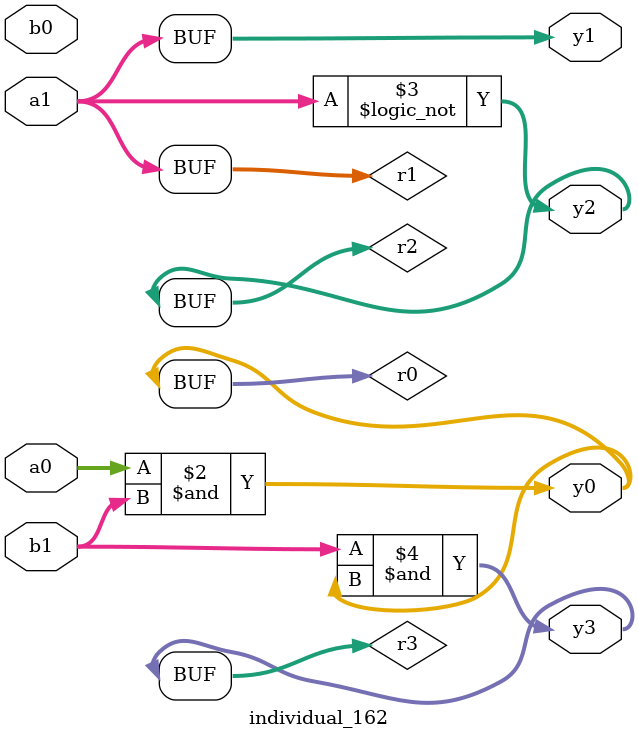
<source format=sv>
module individual_162(input logic [15:0] a1, input logic [15:0] a0, input logic [15:0] b1, input logic [15:0] b0, output logic [15:0] y3, output logic [15:0] y2, output logic [15:0] y1, output logic [15:0] y0);
logic [15:0] r0, r1, r2, r3; 
 always@(*) begin 
	 r0 = a0; r1 = a1; r2 = b0; r3 = b1; 
 	 r0  &=  b1 ;
 	 r2 = ! a1 ;
 	 r3  &=  r0 ;
 	 y3 = r3; y2 = r2; y1 = r1; y0 = r0; 
end
endmodule
</source>
